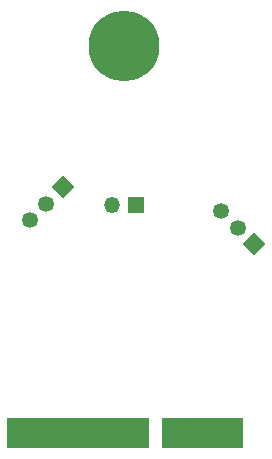
<source format=gbr>
%TF.GenerationSoftware,KiCad,Pcbnew,8.0.5*%
%TF.CreationDate,2024-10-28T11:27:36-07:00*%
%TF.ProjectId,card,63617264-2e6b-4696-9361-645f70636258,rev?*%
%TF.SameCoordinates,Original*%
%TF.FileFunction,Soldermask,Bot*%
%TF.FilePolarity,Negative*%
%FSLAX46Y46*%
G04 Gerber Fmt 4.6, Leading zero omitted, Abs format (unit mm)*
G04 Created by KiCad (PCBNEW 8.0.5) date 2024-10-28 11:27:36*
%MOMM*%
%LPD*%
G01*
G04 APERTURE LIST*
G04 Aperture macros list*
%AMHorizOval*
0 Thick line with rounded ends*
0 $1 width*
0 $2 $3 position (X,Y) of the first rounded end (center of the circle)*
0 $4 $5 position (X,Y) of the second rounded end (center of the circle)*
0 Add line between two ends*
20,1,$1,$2,$3,$4,$5,0*
0 Add two circle primitives to create the rounded ends*
1,1,$1,$2,$3*
1,1,$1,$4,$5*%
%AMRotRect*
0 Rectangle, with rotation*
0 The origin of the aperture is its center*
0 $1 length*
0 $2 width*
0 $3 Rotation angle, in degrees counterclockwise*
0 Add horizontal line*
21,1,$1,$2,0,0,$3*%
G04 Aperture macros list end*
%ADD10C,0.100000*%
%ADD11RotRect,1.350000X1.350000X225.000000*%
%ADD12HorizOval,1.350000X0.000000X0.000000X0.000000X0.000000X0*%
%ADD13R,1.350000X1.350000*%
%ADD14O,1.350000X1.350000*%
%ADD15C,6.000000*%
%ADD16RotRect,1.350000X1.350000X315.000000*%
%ADD17HorizOval,1.350000X0.000000X0.000000X0.000000X0.000000X0*%
G04 APERTURE END LIST*
D10*
%TO.C,A1*%
X102025000Y-132200000D02*
X90075000Y-132200000D01*
X90075000Y-129700000D01*
X102025000Y-129700000D01*
X102025000Y-132200000D01*
G36*
X102025000Y-132200000D02*
G01*
X90075000Y-132200000D01*
X90075000Y-129700000D01*
X102025000Y-129700000D01*
X102025000Y-132200000D01*
G37*
X109925000Y-132200000D02*
X103225000Y-132200000D01*
X103225000Y-129700000D01*
X109925000Y-129700000D01*
X109925000Y-132200000D01*
G36*
X109925000Y-132200000D02*
G01*
X103225000Y-132200000D01*
X103225000Y-129700000D01*
X109925000Y-129700000D01*
X109925000Y-132200000D01*
G37*
%TD*%
D11*
%TO.C,J2*%
X111014214Y-115014214D03*
D12*
X109600000Y-113600000D03*
X108185787Y-112185787D03*
%TD*%
D13*
%TO.C,J3*%
X100950000Y-111650000D03*
D14*
X98950000Y-111650000D03*
%TD*%
D15*
%TO.C,A1*%
X100000000Y-98200000D03*
%TD*%
D16*
%TO.C,J1*%
X94814214Y-110135786D03*
D17*
X93400000Y-111550000D03*
X91985787Y-112964213D03*
%TD*%
M02*

</source>
